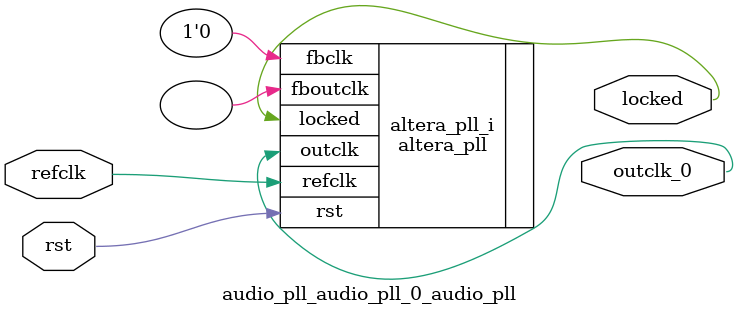
<source format=v>
`timescale 1ns/10ps
module  audio_pll_audio_pll_0_audio_pll(

	// interface 'refclk'
	input wire refclk,

	// interface 'reset'
	input wire rst,

	// interface 'outclk0'
	output wire outclk_0,

	// interface 'locked'
	output wire locked
);

	altera_pll #(
		.fractional_vco_multiplier("false"),
		.reference_clock_frequency("50.0 MHz"),
		.operation_mode("direct"),
		.number_of_clocks(1),
		.output_clock_frequency0("12.288135 MHz"),
		.phase_shift0("0 ps"),
		.duty_cycle0(50),
		.output_clock_frequency1("0 MHz"),
		.phase_shift1("0 ps"),
		.duty_cycle1(50),
		.output_clock_frequency2("0 MHz"),
		.phase_shift2("0 ps"),
		.duty_cycle2(50),
		.output_clock_frequency3("0 MHz"),
		.phase_shift3("0 ps"),
		.duty_cycle3(50),
		.output_clock_frequency4("0 MHz"),
		.phase_shift4("0 ps"),
		.duty_cycle4(50),
		.output_clock_frequency5("0 MHz"),
		.phase_shift5("0 ps"),
		.duty_cycle5(50),
		.output_clock_frequency6("0 MHz"),
		.phase_shift6("0 ps"),
		.duty_cycle6(50),
		.output_clock_frequency7("0 MHz"),
		.phase_shift7("0 ps"),
		.duty_cycle7(50),
		.output_clock_frequency8("0 MHz"),
		.phase_shift8("0 ps"),
		.duty_cycle8(50),
		.output_clock_frequency9("0 MHz"),
		.phase_shift9("0 ps"),
		.duty_cycle9(50),
		.output_clock_frequency10("0 MHz"),
		.phase_shift10("0 ps"),
		.duty_cycle10(50),
		.output_clock_frequency11("0 MHz"),
		.phase_shift11("0 ps"),
		.duty_cycle11(50),
		.output_clock_frequency12("0 MHz"),
		.phase_shift12("0 ps"),
		.duty_cycle12(50),
		.output_clock_frequency13("0 MHz"),
		.phase_shift13("0 ps"),
		.duty_cycle13(50),
		.output_clock_frequency14("0 MHz"),
		.phase_shift14("0 ps"),
		.duty_cycle14(50),
		.output_clock_frequency15("0 MHz"),
		.phase_shift15("0 ps"),
		.duty_cycle15(50),
		.output_clock_frequency16("0 MHz"),
		.phase_shift16("0 ps"),
		.duty_cycle16(50),
		.output_clock_frequency17("0 MHz"),
		.phase_shift17("0 ps"),
		.duty_cycle17(50),
		.pll_type("General"),
		.pll_subtype("General")
	) altera_pll_i (
		.rst	(rst),
		.outclk	({outclk_0}),
		.locked	(locked),
		.fboutclk	( ),
		.fbclk	(1'b0),
		.refclk	(refclk)
	);
endmodule


</source>
